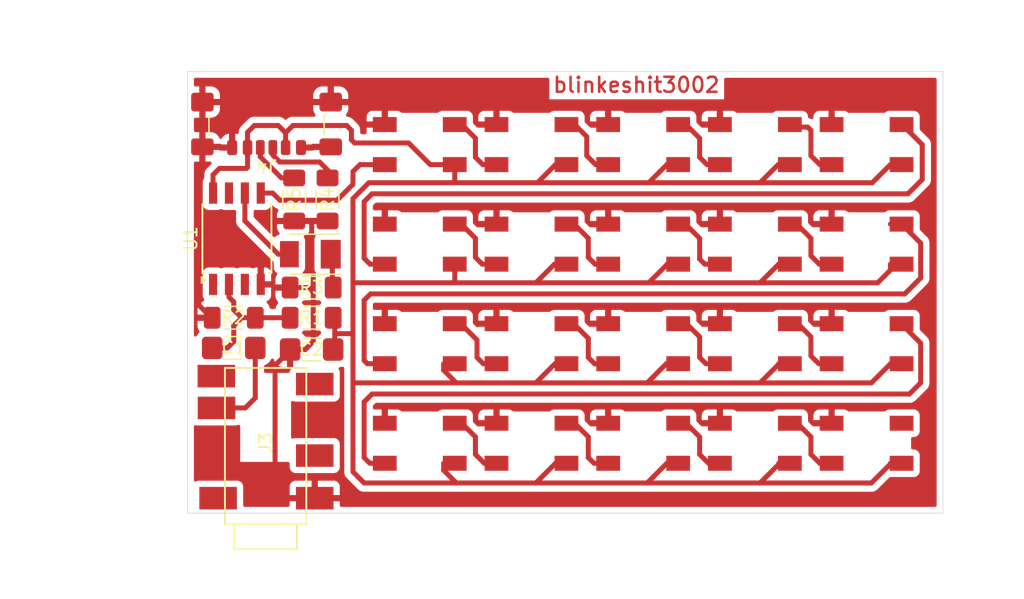
<source format=kicad_pcb>
(kicad_pcb (version 20241229) (generator "pcbnew") (generator_version "9.0")
  (layers (0 "F.Cu" signal) (2 "B.Cu" signal) (13 "F.Paste" user) (15 "B.Paste" user) (5 "F.SilkS" user "F.Silkscreen") (7 "B.SilkS" user "B.Silkscreen") (1 "F.Mask" user) (3 "B.Mask" user) (25 "Edge.Cuts" user))
  (net 0 "")
  (net 1 "VCC")
  (net 2 "GND")
  (net 3 "Net-(D2-DOUT)")
  (net 4 "Net-(D3-DOUT)")
  (net 5 "Net-(D4-DOUT)")
  (net 6 "Net-(D5-DOUT)")
  (net 7 "Net-(D6-DOUT)")
  (net 8 "Net-(D7-DOUT)")
  (net 9 "Net-(D8-DOUT)")
  (net 10 "Net-(D10-DIN)")
  (net 11 "Net-(D10-DOUT)")
  (net 12 "Net-(D11-DOUT)")
  (net 13 "Net-(D12-DOUT)")
  (net 14 "Net-(D13-DOUT)")
  (net 15 "Net-(D14-DOUT)")
  (net 16 "Net-(D17-DOUT)")
  (net 17 "Net-(D18-DOUT)")
  (net 18 "Net-(D19-DOUT)")
  (net 19 "Net-(D15-DOUT)")
  (net 20 "Net-(D16-DOUT)")
  (net 21 "Din")
  (net 22 "Net-(D21-K)")
  (net 26 "Net-(U1-XTAL1{slash}PB3)")
  (net 27 "Net-(C1-Pad1)")
  (net 32 "Net-(D21-A)")
  (net 33 "Net-(J4-CC2)")
  (net 34 "Net-(J4-CC1)")
  (net 35 "Net-(D1-DOUT)")
  (net 36 "Net-(D20-DOUT)")
  (footprint "007_dusjagr:Mixtape_NEO_WS2812B_noFill" (layer "F.Cu") (at 96.10725 54.271333 180)
    (property "Reference" "D14")
    (property "Value" "WS2812B")
  )
  (footprint "007_dusjagr:R_1206_noGND_sm" (layer "F.Cu") (at 60.706 52.197 180)
    (property "Reference" "R1")
    (property "Value" "R")
  )
  (footprint "007_dusjagr:LED_PLCC_2835_Handsoldering" (layer "F.Cu") (at 60.452 47.117 180)
    (property "Reference" "D21")
    (property "Value" "LED")
  )
  (footprint "007_dusjagr:Mixtape_NEO_WS2812B_noFill" (layer "F.Cu") (at 105.029 38.354 180)
    (property "Reference" "D5")
    (property "Value" "WS2812B")
  )
  (footprint "007_dusjagr:Mixtape_NEO_WS2812B_noFill" (layer "F.Cu") (at 78.26375 62.23 180)
    (property "Reference" "D17")
    (property "Value" "WS2812B")
  )
  (footprint "007_dusjagr:Mixtape_NEO_WS2812B_noFill" (layer "F.Cu") (at 78.26375 46.312667 180)
    (property "Reference" "D7")
    (property "Value" "WS2812B")
  )
  (footprint "Connector_USB:USB_C_Receptacle_GCT_USB4135-GF-A_6P_TopMnt_Horizontal" (layer "F.Cu") (at 57.105 35.56 180)
    (property "Reference" "J4")
    (property "Value" "USB_C_Receptacle_PowerOnly_6P")
  )
  (footprint "007_dusjagr:3.5mm_jack_SMT_dusjagrNew" (layer "F.Cu") (at 57.0305 62.7065 90)
    (property "Reference" "J3")
    (property "Value" "OutputJack1")
  )
  (footprint "Package_SO:SOIC-8W_5.3x5.3mm_P1.27mm" (layer "F.Cu") (at 54.737 45.88 90)
    (property "Reference" "U1")
    (property "Value" "ATtiny85-20S")
  )
  (footprint "007_dusjagr:R_1206_noGND_sm" (layer "F.Cu") (at 54.483 52.197 180)
    (property "Reference" "R2")
    (property "Value" "R")
  )
  (footprint "007_dusjagr:Mixtape_NEO_WS2812B_noFill" (layer "F.Cu") (at 96.10725 46.312667 180)
    (property "Reference" "D9")
    (property "Value" "WS2812B")
  )
  (footprint "007_dusjagr:Mixtape_NEO_WS2812B_noFill" (layer "F.Cu") (at 78.26375 38.354 180)
    (property "Reference" "D2")
    (property "Value" "WS2812B")
  )
  (footprint "007_dusjagr:Mixtape_NEO_WS2812B_noFill" (layer "F.Cu") (at 69.342 46.312667 180)
    (property "Reference" "D6")
    (property "Value" "WS2812B")
  )
  (footprint "007_dusjagr:Mixtape_NEO_WS2812B_noFill" (layer "F.Cu") (at 105.029 62.23 180)
    (property "Reference" "D20")
    (property "Value" "WS2812B")
  )
  (footprint "007_dusjagr:Mixtape_NEO_WS2812B_noFill" (layer "F.Cu") (at 69.342 62.23 180)
    (property "Reference" "D16")
    (property "Value" "WS2812B")
  )
  (footprint "007_dusjagr:C_1210_noGND" (layer "F.Cu") (at 60.706 54.737)
    (property "Reference" "C2")
    (property "Value" "C")
  )
  (footprint "007_dusjagr:Mixtape_NEO_WS2812B_noFill" (layer "F.Cu") (at 87.1855 54.271333 180)
    (property "Reference" "D13")
    (property "Value" "WS2812B")
  )
  (footprint "007_dusjagr:Mixtape_NEO_WS2812B_noFill" (layer "F.Cu") (at 69.342 54.271333 180)
    (property "Reference" "D11")
    (property "Value" "WS2812B")
  )
  (footprint "007_dusjagr:Mixtape_NEO_WS2812B_noFill" (layer "F.Cu") (at 69.342 38.354 180)
    (property "Reference" "D1")
    (property "Value" "WS2812B")
  )
  (footprint "007_dusjagr:R_1206_noGND_sm" (layer "F.Cu") (at 60.706 49.784 180)
    (property "Reference" "R3")
    (property "Value" "R")
  )
  (footprint "007_dusjagr:Mixtape_NEO_WS2812B_noFill" (layer "F.Cu") (at 87.1855 46.312667 180)
    (property "Reference" "D8")
    (property "Value" "WS2812B")
  )
  (footprint "007_dusjagr:R_1206_noGND_sm" (layer "F.Cu") (at 59.309 42.741 90)
    (property "Reference" "R5")
    (property "Value" "R")
  )
  (footprint "007_dusjagr:R_1206_noGND_sm" (layer "F.Cu") (at 61.976 42.741 90)
    (property "Reference" "R4")
    (property "Value" "R")
  )
  (footprint "007_dusjagr:Mixtape_NEO_WS2812B_noFill" (layer "F.Cu") (at 105.029 54.271333 180)
    (property "Reference" "D15")
    (property "Value" "WS2812B")
  )
  (footprint "007_dusjagr:Mixtape_NEO_WS2812B_noFill" (layer "F.Cu") (at 96.10725 38.354 180)
    (property "Reference" "D4")
    (property "Value" "WS2812B")
  )
  (footprint "007_dusjagr:Mixtape_NEO_WS2812B_noFill" (layer "F.Cu") (at 105.029 46.312667 180)
    (property "Reference" "D10")
    (property "Value" "WS2812B")
  )
  (footprint "007_dusjagr:Mixtape_NEO_WS2812B_noFill" (layer "F.Cu") (at 87.1855 38.354 180)
    (property "Reference" "D3")
    (property "Value" "WS2812B")
  )
  (footprint "007_dusjagr:C_1210_noGND" (layer "F.Cu") (at 54.483 54.61 180)
    (property "Reference" "C1")
    (property "Value" "C")
  )
  (footprint "007_dusjagr:Mixtape_NEO_WS2812B_noFill" (layer "F.Cu") (at 78.26375 54.271333 180)
    (property "Reference" "D12")
    (property "Value" "WS2812B")
  )
  (footprint "007_dusjagr:Mixtape_NEO_WS2812B_noFill" (layer "F.Cu") (at 96.10725 62.23 180)
    (property "Reference" "D19")
    (property "Value" "WS2812B")
  )
  (footprint "007_dusjagr:Mixtape_NEO_WS2812B_noFill" (layer "F.Cu") (at 87.1855 62.23 180)
    (property "Reference" "D18")
    (property "Value" "WS2812B")
  )
  (gr_line (start 50.8 32.512) (end 111.125 32.512) (stroke (width 0.05)) (layer "Edge.Cuts"))
  (gr_line (start 50.8 67.818) (end 50.8 32.512) (stroke (width 0.05)) (layer "Edge.Cuts"))
  (gr_line (start 111.125 67.818) (end 50.8 67.818) (stroke (width 0.05)) (layer "Edge.Cuts"))
  (gr_line (start 111.125 32.512) (end 111.125 67.818) (stroke (width 0.05)) (layer "Edge.Cuts"))
  (gr_text "blinkeshit3002" (at 79.883 34.29 0) (layer "F.Cu") (effects (font (size 1.2 1.2) (thickness 0.2)) (justify left bottom)))
  (segment (start 62.426 54.737) (end 62.426 55.156) (width 0.4) (layer "F.Cu") (net 1))
  (segment (start 78.613 57.404) (end 72.263 57.404) (width 0.4) (layer "F.Cu") (net 1))
  (segment (start 62.553 52.197) (end 62.553 53.467) (width 0.4) (layer "F.Cu") (net 1))
  (segment (start 87.63 41.402) (end 78.74 41.402) (width 0.4) (layer "F.Cu") (net 1))
  (segment (start 80.16875 39.954) (end 80.16875 39.97325) (width 0.4) (layer "F.Cu") (net 1))
  (segment (start 71.755 49.403) (end 64.135 49.403) (width 0.4) (layer "F.Cu") (net 1))
  (segment (start 72.263 57.404) (end 71.247 56.388) (width 0.4) (layer "F.Cu") (net 1))
  (segment (start 62.553 54.679) (end 62.495 54.737) (width 0.4) (layer "F.Cu") (net 1))
  (segment (start 80.16875 39.97325) (end 78.74 41.402) (width 0.4) (layer "F.Cu") (net 1))
  (segment (start 89.0905 55.871333) (end 89.035667 55.871333) (width 0.4) (layer "F.Cu") (net 1))
  (segment (start 98.01225 55.871333) (end 98.01225 55.91175) (width 0.4) (layer "F.Cu") (net 1))
  (segment (start 64.135 49.403) (end 64.008 49.53) (width 0.4) (layer "F.Cu") (net 1))
  (segment (start 87.63 49.403) (end 78.613 49.403) (width 0.4) (layer "F.Cu") (net 1))
  (segment (start 58.039 36.83) (end 56.134 36.83) (width 0.4) (layer "F.Cu") (net 1))
  (segment (start 97.968 39.954) (end 96.52 41.402) (width 0.4) (layer "F.Cu") (net 1))
  (segment (start 72.136 39.954) (end 72.136 41.402) (width 0.4) (layer "F.Cu") (net 1))
  (segment (start 106.934 63.83) (end 106.934 63.881) (width 0.4) (layer "F.Cu") (net 1))
  (segment (start 59.211 36.83) (end 58.625 37.416) (width 0.4) (layer "F.Cu") (net 1))
  (segment (start 64.008 49.53) (end 64.008 53.467) (width 0.4) (layer "F.Cu") (net 1))
  (segment (start 71.247 39.954) (end 70.18 39.954) (width 0.4) (layer "F.Cu") (net 1))
  (segment (start 72.136 41.402) (end 71.755 41.402) (width 0.4) (layer "F.Cu") (net 1))
  (segment (start 106.934 63.881) (end 105.41 65.405) (width 0.4) (layer "F.Cu") (net 1))
  (segment (start 55.585 37.379) (end 55.585 38.5925) (width 0.4) (layer "F.Cu") (net 1))
  (segment (start 72.263 65.405) (end 64.897 65.405) (width 0.4) (layer "F.Cu") (net 1))
  (segment (start 52.832 40.767) (end 52.832 42.23) (width 0.4) (layer "F.Cu") (net 1))
  (segment (start 89.078 63.83) (end 87.503 65.405) (width 0.4) (layer "F.Cu") (net 1))
  (segment (start 78.74 41.402) (end 72.136 41.402) (width 0.4) (layer "F.Cu") (net 1))
  (segment (start 106.934 48.387) (end 105.918 49.403) (width 0.4) (layer "F.Cu") (net 1))
  (segment (start 64.008 53.467) (end 64.008 57.404) (width 0.4) (layer "F.Cu") (net 1))
  (segment (start 105.918 49.403) (end 96.52 49.403) (width 0.4) (layer "F.Cu") (net 1))
  (segment (start 96.52 41.402) (end 87.63 41.402) (width 0.4) (layer "F.Cu") (net 1))
  (segment (start 98.01225 63.83) (end 98.01225 63.91275) (width 0.4) (layer "F.Cu") (net 1))
  (segment (start 80.16875 55.871333) (end 80.145667 55.871333) (width 0.4) (layer "F.Cu") (net 1))
  (segment (start 98.01225 39.954) (end 97.968 39.954) (width 0.4) (layer "F.Cu") (net 1))
  (segment (start 105.41 65.405) (end 96.52 65.405) (width 0.4) (layer "F.Cu") (net 1))
  (segment (start 62.553 53.467) (end 62.553 54.679) (width 0.4) (layer "F.Cu") (net 1))
  (segment (start 89.0905 63.83) (end 89.078 63.83) (width 0.4) (layer "F.Cu") (net 1))
  (segment (start 62.553 53.467) (end 64.008 53.467) (width 0.4) (layer "F.Cu") (net 1))
  (segment (start 63.881 37.211) (end 63.5 36.83) (width 0.4) (layer "F.Cu") (net 1))
  (segment (start 89.078 39.954) (end 87.63 41.402) (width 0.4) (layer "F.Cu") (net 1))
  (segment (start 96.52 57.404) (end 87.503 57.404) (width 0.4) (layer "F.Cu") (net 1))
  (segment (start 98.01225 55.91175) (end 96.52 57.404) (width 0.4) (layer "F.Cu") (net 1))
  (segment (start 80.16875 63.83) (end 80.16875 63.84925) (width 0.4) (layer "F.Cu") (net 1))
  (segment (start 106.934 55.88) (end 105.41 57.404) (width 0.4) (layer "F.Cu") (net 1))
  (segment (start 98.01225 47.912667) (end 98.010333 47.912667) (width 0.4) (layer "F.Cu") (net 1))
  (segment (start 98.010333 47.912667) (end 96.52 49.403) (width 0.4) (layer "F.Cu") (net 1))
  (segment (start 80.145667 55.871333) (end 78.613 57.404) (width 0.4) (layer "F.Cu") (net 1))
  (segment (start 106.934 55.871333) (end 106.934 55.88) (width 0.4) (layer "F.Cu") (net 1))
  (segment (start 70.18 39.954) (end 68.453 38.227) (width 0.4) (layer "F.Cu") (net 1))
  (segment (start 87.503 57.404) (end 78.613 57.404) (width 0.4) (layer "F.Cu") (net 1))
  (segment (start 64.008 42.672) (end 64.008 49.53) (width 0.4) (layer "F.Cu") (net 1))
  (segment (start 106.934 39.954) (end 105.486 41.402) (width 0.4) (layer "F.Cu") (net 1))
  (segment (start 96.52 65.405) (end 87.503 65.405) (width 0.4) (layer "F.Cu") (net 1))
  (segment (start 105.486 41.402) (end 96.52 41.402) (width 0.4) (layer "F.Cu") (net 1))
  (segment (start 96.52 49.403) (end 87.63 49.403) (width 0.4) (layer "F.Cu") (net 1))
  (segment (start 64.897 65.405) (end 64.008 64.516) (width 0.4) (layer "F.Cu") (net 1))
  (segment (start 78.613 65.405) (end 72.263 65.405) (width 0.4) (layer "F.Cu") (net 1))
  (segment (start 72.263 57.404) (end 64.008 57.404) (width 0.4) (layer "F.Cu") (net 1))
  (segment (start 80.103333 47.912667) (end 78.613 49.403) (width 0.4) (layer "F.Cu") (net 1))
  (segment (start 55.585 38.5925) (end 55.585 40.173) (width 0.4) (layer "F.Cu") (net 1))
  (segment (start 89.0905 39.954) (end 89.078 39.954) (width 0.4) (layer "F.Cu") (net 1))
  (segment (start 72.136 47.912667) (end 72.136 49.403) (width 0.4) (layer "F.Cu") (net 1))
  (segment (start 106.934 47.912667) (end 106.934 48.387) (width 0.4) (layer "F.Cu") (net 1))
  (segment (start 87.503 65.405) (end 78.613 65.405) (width 0.4) (layer "F.Cu") (net 1))
  (segment (start 71.247 56.388) (end 71.247 55.871333) (width 0.4) (layer "F.Cu") (net 1))
  (segment (start 89.035667 55.871333) (end 87.503 57.404) (width 0.4) (layer "F.Cu") (net 1))
  (segment (start 64.008 57.404) (end 64.008 64.516) (width 0.4) (layer "F.Cu") (net 1))
  (segment (start 89.0905 47.9425) (end 87.63 49.403) (width 0.4) (layer "F.Cu") (net 1))
  (segment (start 80.16875 63.84925) (end 78.613 65.405) (width 0.4) (layer "F.Cu") (net 1))
  (segment (start 68.453 38.227) (end 64.135 38.227) (width 0.4) (layer "F.Cu") (net 1))
  (segment (start 64.135 38.227) (end 63.881 37.973) (width 0.4) (layer "F.Cu") (net 1))
  (segment (start 56.134 36.83) (end 55.585 37.379) (width 0.4) (layer "F.Cu") (net 1))
  (segment (start 55.585 40.173) (end 55.499 40.259) (width 0.4) (layer "F.Cu") (net 1))
  (segment (start 65.278 41.402) (end 64.008 42.672) (width 0.4) (layer "F.Cu") (net 1))
  (segment (start 78.613 49.403) (end 72.136 49.403) (width 0.4) (layer "F.Cu") (net 1))
  (segment (start 63.881 37.973) (end 63.881 37.211) (width 0.4) (layer "F.Cu") (net 1))
  (segment (start 105.41 57.404) (end 96.52 57.404) (width 0.4) (layer "F.Cu") (net 1))
  (segment (start 71.755 41.402) (end 65.278 41.402) (width 0.4) (layer "F.Cu") (net 1))
  (segment (start 72.263 65.405) (end 71.247 64.389) (width 0.4) (layer "F.Cu") (net 1))
  (segment (start 58.625 37.416) (end 58.039 36.83) (width 0.4) (layer "F.Cu") (net 1))
  (segment (start 72.136 49.403) (end 71.755 49.403) (width 0.4) (layer "F.Cu") (net 1))
  (segment (start 98.01225 63.91275) (end 96.52 65.405) (width 0.4) (layer "F.Cu") (net 1))
  (segment (start 71.247 64.389) (end 71.247 63.83) (width 0.4) (layer "F.Cu") (net 1))
  (segment (start 63.5 36.83) (end 59.211 36.83) (width 0.4) (layer "F.Cu") (net 1))
  (segment (start 80.16875 47.912667) (end 80.103333 47.912667) (width 0.4) (layer "F.Cu") (net 1))
  (segment (start 58.625 37.416) (end 58.625 38.5925) (width 0.4) (layer "F.Cu") (net 1))
  (segment (start 55.499 40.259) (end 53.34 40.259) (width 0.4) (layer "F.Cu") (net 1))
  (segment (start 89.0905 47.912667) (end 89.0905 47.9425) (width 0.4) (layer "F.Cu") (net 1))
  (segment (start 53.34 40.259) (end 52.832 40.767) (width 0.4) (layer "F.Cu") (net 1))
  (segment (start 57.785 56.007) (end 57.785 65.151) (width 0.4) (layer "F.Cu") (net 2))
  (segment (start 60.452 49.784) (end 59.113 49.784) (width 0.4) (layer "F.Cu") (net 2))
  (segment (start 60.833 50.165) (end 60.452 49.784) (width 0.4) (layer "F.Cu") (net 2))
  (segment (start 60.833 48.641) (end 60.706 48.514) (width 0.4) (layer "F.Cu") (net 2))
  (segment (start 60.706 48.514) (end 60.706 44.577) (width 0.4) (layer "F.Cu") (net 2))
  (segment (start 60.833 54.102) (end 60.833 50.165) (width 0.4) (layer "F.Cu") (net 2))
  (segment (start 58.166 55.626) (end 57.785 56.007) (width 0.4) (layer "F.Cu") (net 2))
  (segment (start 59.055 54.737) (end 60.198 54.737) (width 0.4) (layer "F.Cu") (net 2))
  (segment (start 57.785 65.151) (end 57.785 65.405) (width 0.4) (layer "F.Cu") (net 2))
  (segment (start 51.689 51.181) (end 51.689 50.546) (width 0.4) (layer "F.Cu") (net 2))
  (segment (start 60.579 44.45) (end 60.568 44.461) (width 0.4) (layer "F.Cu") (net 2))
  (segment (start 60.706 44.577) (end 60.579 44.45) (width 0.4) (layer "F.Cu") (net 2))
  (segment (start 52.705 52.197) (end 51.689 51.181) (width 0.4) (layer "F.Cu") (net 2))
  (segment (start 60.198 54.737) (end 60.833 54.102) (width 0.4) (layer "F.Cu") (net 2))
  (segment (start 59.055 54.737) (end 58.166 55.626) (width 0.4) (layer "F.Cu") (net 2))
  (segment (start 52.763 52.197) (end 52.705 52.197) (width 0.4) (layer "F.Cu") (net 2))
  (segment (start 60.833 50.165) (end 60.833 48.641) (width 0.4) (layer "F.Cu") (net 2))
  (segment (start 60.568 44.461) (end 59.436 44.461) (width 0.4) (layer "F.Cu") (net 2))
  (segment (start 57.785 65.405) (end 57.658 65.532) (width 0.4) (layer "F.Cu") (net 2))
  (segment (start 81.712 36.754) (end 82.677 37.719) (width 0.4) (layer "F.Cu") (net 3))
  (segment (start 82.677 39.243) (end 83.388 39.954) (width 0.4) (layer "F.Cu") (net 3))
  (segment (start 83.388 39.954) (end 83.5025 39.954) (width 0.4) (layer "F.Cu") (net 3))
  (segment (start 82.677 37.719) (end 82.677 39.243) (width 0.4) (layer "F.Cu") (net 3))
  (segment (start 92.278 39.954) (end 92.42425 39.954) (width 0.4) (layer "F.Cu") (net 4))
  (segment (start 91.694 39.37) (end 92.278 39.954) (width 0.4) (layer "F.Cu") (net 4))
  (segment (start 90.602 36.754) (end 91.694 37.846) (width 0.4) (layer "F.Cu") (net 4))
  (segment (start 91.694 37.846) (end 91.694 39.37) (width 0.4) (layer "F.Cu") (net 4))
  (segment (start 100.33 36.957) (end 100.584 37.211) (width 0.4) (layer "F.Cu") (net 5))
  (segment (start 100.584 37.211) (end 100.584 39.243) (width 0.4) (layer "F.Cu") (net 5))
  (segment (start 100.584 39.243) (end 101.295 39.954) (width 0.4) (layer "F.Cu") (net 5))
  (segment (start 99.695 36.957) (end 100.33 36.957) (width 0.4) (layer "F.Cu") (net 5))
  (segment (start 101.295 39.954) (end 101.346 39.954) (width 0.4) (layer "F.Cu") (net 5))
  (segment (start 107.874 36.754) (end 109.474 38.354) (width 0.4) (layer "F.Cu") (net 6))
  (segment (start 109.474 38.354) (end 109.474 41.148) (width 0.4) (layer "F.Cu") (net 6))
  (segment (start 109.474 41.148) (end 108.331 42.291) (width 0.4) (layer "F.Cu") (net 6))
  (segment (start 65.371333 47.912667) (end 64.897 47.438334) (width 0.4) (layer "F.Cu") (net 6))
  (segment (start 64.897 42.926) (end 64.897 47.438334) (width 0.4) (layer "F.Cu") (net 6))
  (segment (start 108.331 42.291) (end 65.532 42.291) (width 0.4) (layer "F.Cu") (net 6))
  (segment (start 65.532 42.291) (end 64.897 42.926) (width 0.4) (layer "F.Cu") (net 6))
  (segment (start 66.548 47.912667) (end 65.371333 47.912667) (width 0.4) (layer "F.Cu") (net 6))
  (segment (start 72.652667 44.712667) (end 73.787 45.847) (width 0.4) (layer "F.Cu") (net 7))
  (segment (start 74.328667 47.912667) (end 74.58075 47.912667) (width 0.4) (layer "F.Cu") (net 7))
  (segment (start 73.787 45.847) (end 73.787 47.371) (width 0.4) (layer "F.Cu") (net 7))
  (segment (start 73.787 47.371) (end 74.328667 47.912667) (width 0.4) (layer "F.Cu") (net 7))
  (segment (start 81.669667 44.712667) (end 82.804 45.847) (width 0.4) (layer "F.Cu") (net 8))
  (segment (start 83.345667 47.912667) (end 83.5025 47.912667) (width 0.4) (layer "F.Cu") (net 8))
  (segment (start 82.804 45.847) (end 82.804 47.371) (width 0.4) (layer "F.Cu") (net 8))
  (segment (start 82.804 47.371) (end 83.345667 47.912667) (width 0.4) (layer "F.Cu") (net 8))
  (segment (start 91.694 45.847) (end 91.694 47.498) (width 0.4) (layer "F.Cu") (net 9))
  (segment (start 90.559667 44.712667) (end 91.694 45.847) (width 0.4) (layer "F.Cu") (net 9))
  (segment (start 92.108667 47.912667) (end 92.42425 47.912667) (width 0.4) (layer "F.Cu") (net 9))
  (segment (start 91.694 47.498) (end 92.108667 47.912667) (width 0.4) (layer "F.Cu") (net 9))
  (segment (start 100.584 47.244) (end 101.252667 47.912667) (width 0.4) (layer "F.Cu") (net 10))
  (segment (start 101.252667 47.912667) (end 101.346 47.912667) (width 0.4) (layer "F.Cu") (net 10))
  (segment (start 100.584 45.847) (end 100.584 47.244) (width 0.4) (layer "F.Cu") (net 10))
  (segment (start 99.449667 44.712667) (end 100.584 45.847) (width 0.4) (layer "F.Cu") (net 10))
  (segment (start 65.159667 55.871333) (end 64.897 55.608666) (width 0.4) (layer "F.Cu") (net 11))
  (segment (start 109.347 49.022) (end 108.077 50.292) (width 0.4) (layer "F.Cu") (net 11))
  (segment (start 108.077 50.292) (end 65.405 50.292) (width 0.4) (layer "F.Cu") (net 11))
  (segment (start 109.347 46.228) (end 109.347 49.022) (width 0.4) (layer "F.Cu") (net 11))
  (segment (start 65.405 50.292) (end 64.897 50.8) (width 0.4) (layer "F.Cu") (net 11))
  (segment (start 64.897 50.8) (end 64.897 55.608666) (width 0.4) (layer "F.Cu") (net 11))
  (segment (start 106.934 44.712667) (end 106.942667 44.704) (width 0.4) (layer "F.Cu") (net 11))
  (segment (start 66.548 55.871333) (end 65.159667 55.871333) (width 0.4) (layer "F.Cu") (net 11))
  (segment (start 107.823 44.704) (end 109.347 46.228) (width 0.4) (layer "F.Cu") (net 11))
  (segment (start 73.914 53.975) (end 73.914 55.372) (width 0.4) (layer "F.Cu") (net 12))
  (segment (start 73.914 55.372) (end 74.413333 55.871333) (width 0.4) (layer "F.Cu") (net 12))
  (segment (start 72.610333 52.671333) (end 73.914 53.975) (width 0.4) (layer "F.Cu") (net 12))
  (segment (start 74.413333 55.871333) (end 74.58075 55.871333) (width 0.4) (layer "F.Cu") (net 12))
  (segment (start 81.627333 52.671333) (end 82.804 53.848) (width 0.4) (layer "F.Cu") (net 13))
  (segment (start 82.804 55.372) (end 83.312 55.88) (width 0.4) (layer "F.Cu") (net 13))
  (segment (start 83.493833 55.88) (end 83.5025 55.871333) (width 0.4) (layer "F.Cu") (net 13))
  (segment (start 82.804 53.848) (end 82.804 55.372) (width 0.4) (layer "F.Cu") (net 13))
  (segment (start 83.312 55.88) (end 83.493833 55.88) (width 0.4) (layer "F.Cu") (net 13))
  (segment (start 90.644333 52.671333) (end 91.694 53.721) (width 0.4) (layer "F.Cu") (net 14))
  (segment (start 91.694 53.721) (end 91.694 55.372) (width 0.4) (layer "F.Cu") (net 14))
  (segment (start 92.193333 55.871333) (end 92.42425 55.871333) (width 0.4) (layer "F.Cu") (net 14))
  (segment (start 91.694 55.372) (end 92.193333 55.871333) (width 0.4) (layer "F.Cu") (net 14))
  (segment (start 99.534333 52.671333) (end 100.584 53.721) (width 0.4) (layer "F.Cu") (net 15))
  (segment (start 100.584 53.721) (end 100.584 55.245) (width 0.4) (layer "F.Cu") (net 15))
  (segment (start 101.210333 55.871333) (end 101.346 55.871333) (width 0.4) (layer "F.Cu") (net 15))
  (segment (start 100.584 55.245) (end 101.210333 55.871333) (width 0.4) (layer "F.Cu") (net 15))
  (segment (start 82.804 63.373) (end 83.261 63.83) (width 0.4) (layer "F.Cu") (net 16))
  (segment (start 82.804 61.722) (end 82.804 63.373) (width 0.4) (layer "F.Cu") (net 16))
  (segment (start 81.712 60.63) (end 82.804 61.722) (width 0.4) (layer "F.Cu") (net 16))
  (segment (start 83.261 63.83) (end 83.5025 63.83) (width 0.4) (layer "F.Cu") (net 16))
  (segment (start 92.405 63.83) (end 92.42425 63.83) (width 0.4) (layer "F.Cu") (net 17))
  (segment (start 91.694 61.722) (end 91.694 63.119) (width 0.4) (layer "F.Cu") (net 17))
  (segment (start 91.694 63.119) (end 92.405 63.83) (width 0.4) (layer "F.Cu") (net 17))
  (segment (start 90.602 60.63) (end 91.694 61.722) (width 0.4) (layer "F.Cu") (net 17))
  (segment (start 100.584 61.722) (end 100.584 63.119) (width 0.4) (layer "F.Cu") (net 18))
  (segment (start 101.295 63.83) (end 101.346 63.83) (width 0.4) (layer "F.Cu") (net 18))
  (segment (start 99.492 60.63) (end 100.584 61.722) (width 0.4) (layer "F.Cu") (net 18))
  (segment (start 100.584 63.119) (end 101.295 63.83) (width 0.4) (layer "F.Cu") (net 18))
  (segment (start 65.659 63.83) (end 65.354 63.83) (width 0.4) (layer "F.Cu") (net 19))
  (segment (start 65.532 58.293) (end 108.453 58.293) (width 0.4) (layer "F.Cu") (net 19))
  (segment (start 109.347 57.399) (end 109.347 54.229) (width 0.4) (layer "F.Cu") (net 19))
  (segment (start 64.897 63.373) (end 64.897 58.928) (width 0.4) (layer "F.Cu") (net 19))
  (segment (start 108.453 58.293) (end 109.347 57.399) (width 0.4) (layer "F.Cu") (net 19))
  (segment (start 65.354 63.83) (end 64.897 63.373) (width 0.4) (layer "F.Cu") (net 19))
  (segment (start 109.347 54.229) (end 107.789333 52.671333) (width 0.4) (layer "F.Cu") (net 19))
  (segment (start 64.897 58.928) (end 65.532 58.293) (width 0.4) (layer "F.Cu") (net 19))
  (segment (start 72.695 60.63) (end 73.787 61.722) (width 0.4) (layer "F.Cu") (net 20))
  (segment (start 74.498 63.83) (end 74.58075 63.83) (width 0.4) (layer "F.Cu") (net 20))
  (segment (start 73.787 63.119) (end 74.498 63.83) (width 0.4) (layer "F.Cu") (net 20))
  (segment (start 73.787 61.722) (end 73.787 63.119) (width 0.4) (layer "F.Cu") (net 20))
  (segment (start 57.597 42.23) (end 58.166 42.799) (width 0.4) (layer "F.Cu") (net 21))
  (segment (start 58.166 42.799) (end 62.738 42.799) (width 0.4) (layer "F.Cu") (net 21))
  (segment (start 56.642 42.23) (end 57.597 42.23) (width 0.4) (layer "F.Cu") (net 21))
  (segment (start 64.567 39.954) (end 65.659 39.954) (width 0.4) (layer "F.Cu") (net 21))
  (segment (start 62.738 42.799) (end 64.008 41.529) (width 0.4) (layer "F.Cu") (net 21))
  (segment (start 64.008 41.529) (end 64.008 40.513) (width 0.4) (layer "F.Cu") (net 21))
  (segment (start 64.008 40.513) (end 64.567 39.954) (width 0.4) (layer "F.Cu") (net 21))
  (segment (start 62.357 49.588) (end 62.553 49.784) (width 0.4) (layer "F.Cu") (net 22))
  (segment (start 62.357 47.117) (end 62.357 49.588) (width 0.4) (layer "F.Cu") (net 22))
  (segment (start 54.102 49.53) (end 54.102 50.546) (width 0.4) (layer "F.Cu") (net 26))
  (segment (start 52.763 54.61) (end 53.975 54.61) (width 0.4) (layer "F.Cu") (net 26))
  (segment (start 56.203 52.197) (end 59.113 52.197) (width 0.4) (layer "F.Cu") (net 26))
  (segment (start 54.102 50.546) (end 54.483 50.927) (width 0.4) (layer "F.Cu") (net 26))
  (segment (start 54.483 52.832) (end 55.118 52.197) (width 0.4) (layer "F.Cu") (net 26))
  (segment (start 54.483 50.927) (end 54.483 51.562) (width 0.4) (layer "F.Cu") (net 26))
  (segment (start 53.975 54.61) (end 54.483 54.102) (width 0.4) (layer "F.Cu") (net 26))
  (segment (start 54.483 51.562) (end 55.118 52.197) (width 0.4) (layer "F.Cu") (net 26))
  (segment (start 55.118 52.197) (end 56.203 52.197) (width 0.4) (layer "F.Cu") (net 26))
  (segment (start 54.483 54.102) (end 54.483 52.832) (width 0.4) (layer "F.Cu") (net 26))
  (segment (start 56.203 58.605) (end 56.203 54.61) (width 0.4) (layer "F.Cu") (net 27))
  (segment (start 53.1085 59.4045) (end 55.4035 59.4045) (width 0.4) (layer "F.Cu") (net 27))
  (segment (start 55.4035 59.4045) (end 56.203 58.605) (width 0.4) (layer "F.Cu") (net 27))
  (segment (start 55.372 42.23) (end 55.372 44.45) (width 0.4) (layer "F.Cu") (net 32))
  (segment (start 58.039 47.117) (end 59.055 47.117) (width 0.4) (layer "F.Cu") (net 32))
  (segment (start 55.372 44.45) (end 58.039 47.117) (width 0.4) (layer "F.Cu") (net 32))
  (segment (start 59.436 41.021) (end 58.293 41.021) (width 0.4) (layer "F.Cu") (net 33))
  (segment (start 58.293 41.021) (end 56.605 39.333) (width 0.4) (layer "F.Cu") (net 33))
  (segment (start 56.605 39.333) (end 56.605 38.5925) (width 0.4) (layer "F.Cu") (net 33))
  (segment (start 57.605 38.5925) (end 57.605 39.19) (width 0.4) (layer "F.Cu") (net 34))
  (segment (start 58.166 39.751) (end 61.341 39.751) (width 0.4) (layer "F.Cu") (net 34))
  (segment (start 57.605 39.19) (end 58.166 39.751) (width 0.4) (layer "F.Cu") (net 34))
  (segment (start 62.23 40.64) (end 62.23 41.021) (width 0.4) (layer "F.Cu") (net 34))
  (segment (start 61.341 39.751) (end 62.23 40.64) (width 0.4) (layer "F.Cu") (net 34))
  (segment (start 73.787 37.846) (end 73.787 39.37) (width 0.4) (layer "F.Cu") (net 35))
  (segment (start 74.371 39.954) (end 74.58075 39.954) (width 0.4) (layer "F.Cu") (net 35))
  (segment (start 73.787 39.37) (end 74.371 39.954) (width 0.4) (layer "F.Cu") (net 35))
  (segment (start 72.695 36.754) (end 73.787 37.846) (width 0.4) (layer "F.Cu") (net 35))
  (zone (net 2) (net_name "GND") (layer "F.Cu") (connect_pads (clearance 0.5)) (min_thickness 0.25) (fill yes (thermal_gap 0.5) (thermal_bridge_width 0.5))
    (polygon (pts (xy 43.307 26.797) (xy 115.443 27.813) (xy 117.602 74.676) (xy 35.814 71.882)))
  )
)
</source>
